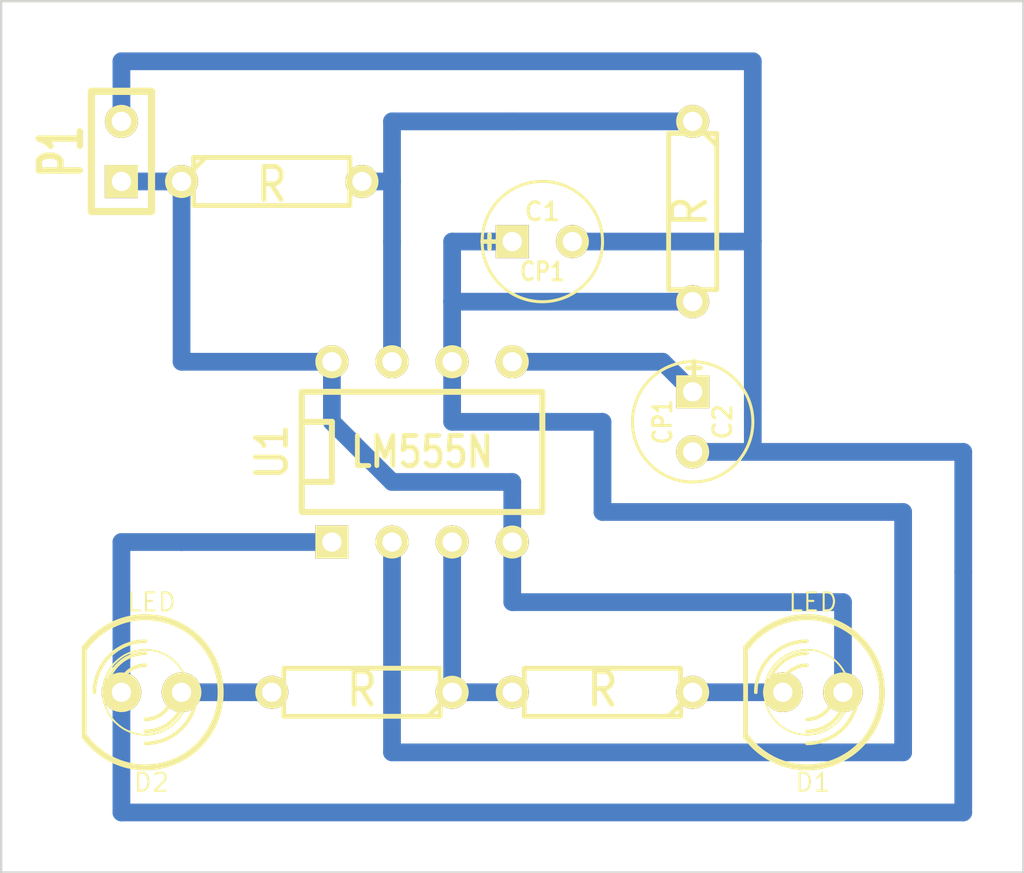
<source format=kicad_pcb>
(kicad_pcb (version 3) (host pcbnew "(2013-07-07 BZR 4022)-stable")

  (general
    (links 18)
    (no_connects 0)
    (area 0 0 0 0)
    (thickness 1.6)
    (drawings 4)
    (tracks 47)
    (zones 0)
    (modules 10)
    (nets 9)
  )

  (page A4)
  (title_block 
    (title "Pisca Pisca 555")
    (rev 1)
    (company "Garoa Hacker Clube")
    (comment 1 "Daniel Quadros")
  )

  (layers
    (15 F.Cu signal)
    (0 B.Cu signal)
    (16 B.Adhes user)
    (17 F.Adhes user)
    (18 B.Paste user)
    (19 F.Paste user)
    (20 B.SilkS user)
    (21 F.SilkS user)
    (22 B.Mask user)
    (23 F.Mask user)
    (24 Dwgs.User user)
    (25 Cmts.User user)
    (26 Eco1.User user)
    (27 Eco2.User user)
    (28 Edge.Cuts user)
  )

  (setup
    (last_trace_width 0.75)
    (user_trace_width 0.5)
    (user_trace_width 0.75)
    (trace_clearance 0.254)
    (zone_clearance 0.508)
    (zone_45_only no)
    (trace_min 0.254)
    (segment_width 0.2)
    (edge_width 0.1)
    (via_size 0.889)
    (via_drill 0.635)
    (via_min_size 0.889)
    (via_min_drill 0.508)
    (uvia_size 0.508)
    (uvia_drill 0.127)
    (uvias_allowed no)
    (uvia_min_size 0.508)
    (uvia_min_drill 0.127)
    (pcb_text_width 0.3)
    (pcb_text_size 1.5 1.5)
    (mod_edge_width 0.15)
    (mod_text_size 1 1)
    (mod_text_width 0.15)
    (pad_size 1.5 1.5)
    (pad_drill 0.6)
    (pad_to_mask_clearance 0)
    (aux_axis_origin 0 0)
    (visible_elements FFFFFFBF)
    (pcbplotparams
      (layerselection 3178497)
      (usegerberextensions true)
      (excludeedgelayer true)
      (linewidth 0.150000)
      (plotframeref false)
      (viasonmask false)
      (mode 1)
      (useauxorigin false)
      (hpglpennumber 1)
      (hpglpenspeed 20)
      (hpglpendiameter 15)
      (hpglpenoverlay 2)
      (psnegative false)
      (psa4output false)
      (plotreference true)
      (plotvalue true)
      (plotothertext true)
      (plotinvisibletext false)
      (padsonsilk false)
      (subtractmaskfromsilk false)
      (outputformat 1)
      (mirror false)
      (drillshape 1)
      (scaleselection 1)
      (outputdirectory ""))
  )

  (net 0 "")
  (net 1 +9V)
  (net 2 GND)
  (net 3 N-000001)
  (net 4 N-000003)
  (net 5 N-000005)
  (net 6 N-000006)
  (net 7 N-000007)
  (net 8 N-000008)

  (net_class Default "This is the default net class."
    (clearance 0.254)
    (trace_width 0.254)
    (via_dia 0.889)
    (via_drill 0.635)
    (uvia_dia 0.508)
    (uvia_drill 0.127)
    (add_net "")
    (add_net +9V)
    (add_net GND)
    (add_net N-000001)
    (add_net N-000003)
    (add_net N-000005)
    (add_net N-000006)
    (add_net N-000007)
    (add_net N-000008)
  )

  (module SIL-2 (layer F.Cu) (tedit 200000) (tstamp 54CBBA5A)
    (at 41.91 27.94 90)
    (descr "Connecteurs 2 pins")
    (tags "CONN DEV")
    (path /54CB98F4)
    (fp_text reference P1 (at 0 -2.54 90) (layer F.SilkS)
      (effects (font (size 1.72974 1.08712) (thickness 0.3048)))
    )
    (fp_text value CONN_2 (at 0 -2.54 90) (layer F.SilkS) hide
      (effects (font (size 1.524 1.016) (thickness 0.3048)))
    )
    (fp_line (start -2.54 1.27) (end -2.54 -1.27) (layer F.SilkS) (width 0.3048))
    (fp_line (start -2.54 -1.27) (end 2.54 -1.27) (layer F.SilkS) (width 0.3048))
    (fp_line (start 2.54 -1.27) (end 2.54 1.27) (layer F.SilkS) (width 0.3048))
    (fp_line (start 2.54 1.27) (end -2.54 1.27) (layer F.SilkS) (width 0.3048))
    (pad 1 thru_hole rect (at -1.27 0 90) (size 1.397 1.397) (drill 0.8128)
      (layers *.Cu *.Mask F.SilkS)
      (net 1 +9V)
    )
    (pad 2 thru_hole circle (at 1.27 0 90) (size 1.397 1.397) (drill 0.8128)
      (layers *.Cu *.Mask F.SilkS)
      (net 2 GND)
    )
  )

  (module R3 (layer F.Cu) (tedit 54CBBBF5) (tstamp 54CBBBA3)
    (at 48.26 29.21)
    (descr "Resitance 3 pas")
    (tags R)
    (path /54CB97FD)
    (autoplace_cost180 10)
    (fp_text reference R1 (at 0 0.127) (layer F.SilkS) hide
      (effects (font (size 1.397 1.27) (thickness 0.2032)))
    )
    (fp_text value R (at 0 0.127) (layer F.SilkS)
      (effects (font (size 1.397 1.27) (thickness 0.2032)))
    )
    (fp_line (start -3.81 0) (end -3.302 0) (layer F.SilkS) (width 0.2032))
    (fp_line (start 3.81 0) (end 3.302 0) (layer F.SilkS) (width 0.2032))
    (fp_line (start 3.302 0) (end 3.302 -1.016) (layer F.SilkS) (width 0.2032))
    (fp_line (start 3.302 -1.016) (end -3.302 -1.016) (layer F.SilkS) (width 0.2032))
    (fp_line (start -3.302 -1.016) (end -3.302 1.016) (layer F.SilkS) (width 0.2032))
    (fp_line (start -3.302 1.016) (end 3.302 1.016) (layer F.SilkS) (width 0.2032))
    (fp_line (start 3.302 1.016) (end 3.302 0) (layer F.SilkS) (width 0.2032))
    (fp_line (start -3.302 -0.508) (end -2.794 -1.016) (layer F.SilkS) (width 0.2032))
    (pad 1 thru_hole circle (at -3.81 0) (size 1.397 1.397) (drill 0.8128)
      (layers *.Cu *.Mask F.SilkS)
      (net 1 +9V)
    )
    (pad 2 thru_hole circle (at 3.81 0) (size 1.397 1.397) (drill 0.8128)
      (layers *.Cu *.Mask F.SilkS)
      (net 4 N-000003)
    )
    (model discret/resistor.wrl
      (at (xyz 0 0 0))
      (scale (xyz 0.3 0.3 0.3))
      (rotate (xyz 0 0 0))
    )
  )

  (module R3 (layer F.Cu) (tedit 4E4C0E65) (tstamp 54CBBA76)
    (at 66.04 30.48 270)
    (descr "Resitance 3 pas")
    (tags R)
    (path /54CB980A)
    (autoplace_cost180 10)
    (fp_text reference R2 (at 0 0.127 270) (layer F.SilkS) hide
      (effects (font (size 1.397 1.27) (thickness 0.2032)))
    )
    (fp_text value R (at 0 0.127 270) (layer F.SilkS)
      (effects (font (size 1.397 1.27) (thickness 0.2032)))
    )
    (fp_line (start -3.81 0) (end -3.302 0) (layer F.SilkS) (width 0.2032))
    (fp_line (start 3.81 0) (end 3.302 0) (layer F.SilkS) (width 0.2032))
    (fp_line (start 3.302 0) (end 3.302 -1.016) (layer F.SilkS) (width 0.2032))
    (fp_line (start 3.302 -1.016) (end -3.302 -1.016) (layer F.SilkS) (width 0.2032))
    (fp_line (start -3.302 -1.016) (end -3.302 1.016) (layer F.SilkS) (width 0.2032))
    (fp_line (start -3.302 1.016) (end 3.302 1.016) (layer F.SilkS) (width 0.2032))
    (fp_line (start 3.302 1.016) (end 3.302 0) (layer F.SilkS) (width 0.2032))
    (fp_line (start -3.302 -0.508) (end -2.794 -1.016) (layer F.SilkS) (width 0.2032))
    (pad 1 thru_hole circle (at -3.81 0 270) (size 1.397 1.397) (drill 0.8128)
      (layers *.Cu *.Mask F.SilkS)
      (net 4 N-000003)
    )
    (pad 2 thru_hole circle (at 3.81 0 270) (size 1.397 1.397) (drill 0.8128)
      (layers *.Cu *.Mask F.SilkS)
      (net 3 N-000001)
    )
    (model discret/resistor.wrl
      (at (xyz 0 0 0))
      (scale (xyz 0.3 0.3 0.3))
      (rotate (xyz 0 0 0))
    )
  )

  (module R3 (layer F.Cu) (tedit 4E4C0E65) (tstamp 54CBBA84)
    (at 52.07 50.8 180)
    (descr "Resitance 3 pas")
    (tags R)
    (path /54CB9810)
    (autoplace_cost180 10)
    (fp_text reference R4 (at 0 0.127 180) (layer F.SilkS) hide
      (effects (font (size 1.397 1.27) (thickness 0.2032)))
    )
    (fp_text value R (at 0 0.127 180) (layer F.SilkS)
      (effects (font (size 1.397 1.27) (thickness 0.2032)))
    )
    (fp_line (start -3.81 0) (end -3.302 0) (layer F.SilkS) (width 0.2032))
    (fp_line (start 3.81 0) (end 3.302 0) (layer F.SilkS) (width 0.2032))
    (fp_line (start 3.302 0) (end 3.302 -1.016) (layer F.SilkS) (width 0.2032))
    (fp_line (start 3.302 -1.016) (end -3.302 -1.016) (layer F.SilkS) (width 0.2032))
    (fp_line (start -3.302 -1.016) (end -3.302 1.016) (layer F.SilkS) (width 0.2032))
    (fp_line (start -3.302 1.016) (end 3.302 1.016) (layer F.SilkS) (width 0.2032))
    (fp_line (start 3.302 1.016) (end 3.302 0) (layer F.SilkS) (width 0.2032))
    (fp_line (start -3.302 -0.508) (end -2.794 -1.016) (layer F.SilkS) (width 0.2032))
    (pad 1 thru_hole circle (at -3.81 0 180) (size 1.397 1.397) (drill 0.8128)
      (layers *.Cu *.Mask F.SilkS)
      (net 8 N-000008)
    )
    (pad 2 thru_hole circle (at 3.81 0 180) (size 1.397 1.397) (drill 0.8128)
      (layers *.Cu *.Mask F.SilkS)
      (net 7 N-000007)
    )
    (model discret/resistor.wrl
      (at (xyz 0 0 0))
      (scale (xyz 0.3 0.3 0.3))
      (rotate (xyz 0 0 0))
    )
  )

  (module R3 (layer F.Cu) (tedit 4E4C0E65) (tstamp 54CBBA92)
    (at 62.23 50.8 180)
    (descr "Resitance 3 pas")
    (tags R)
    (path /54CB9816)
    (autoplace_cost180 10)
    (fp_text reference R3 (at 0 0.127 180) (layer F.SilkS) hide
      (effects (font (size 1.397 1.27) (thickness 0.2032)))
    )
    (fp_text value R (at 0 0.127 180) (layer F.SilkS)
      (effects (font (size 1.397 1.27) (thickness 0.2032)))
    )
    (fp_line (start -3.81 0) (end -3.302 0) (layer F.SilkS) (width 0.2032))
    (fp_line (start 3.81 0) (end 3.302 0) (layer F.SilkS) (width 0.2032))
    (fp_line (start 3.302 0) (end 3.302 -1.016) (layer F.SilkS) (width 0.2032))
    (fp_line (start 3.302 -1.016) (end -3.302 -1.016) (layer F.SilkS) (width 0.2032))
    (fp_line (start -3.302 -1.016) (end -3.302 1.016) (layer F.SilkS) (width 0.2032))
    (fp_line (start -3.302 1.016) (end 3.302 1.016) (layer F.SilkS) (width 0.2032))
    (fp_line (start 3.302 1.016) (end 3.302 0) (layer F.SilkS) (width 0.2032))
    (fp_line (start -3.302 -0.508) (end -2.794 -1.016) (layer F.SilkS) (width 0.2032))
    (pad 1 thru_hole circle (at -3.81 0 180) (size 1.397 1.397) (drill 0.8128)
      (layers *.Cu *.Mask F.SilkS)
      (net 6 N-000006)
    )
    (pad 2 thru_hole circle (at 3.81 0 180) (size 1.397 1.397) (drill 0.8128)
      (layers *.Cu *.Mask F.SilkS)
      (net 8 N-000008)
    )
    (model discret/resistor.wrl
      (at (xyz 0 0 0))
      (scale (xyz 0.3 0.3 0.3))
      (rotate (xyz 0 0 0))
    )
  )

  (module LED-5MM (layer F.Cu) (tedit 50ADE86B) (tstamp 54CBBAA1)
    (at 43.18 50.8 180)
    (descr "LED 5mm - Lead pitch 100mil (2,54mm)")
    (tags "LED led 5mm 5MM 100mil 2,54mm")
    (path /54CB9835)
    (fp_text reference D2 (at 0 -3.81 180) (layer F.SilkS)
      (effects (font (size 0.762 0.762) (thickness 0.0889)))
    )
    (fp_text value LED (at 0 3.81 180) (layer F.SilkS)
      (effects (font (size 0.762 0.762) (thickness 0.0889)))
    )
    (fp_line (start 2.8448 1.905) (end 2.8448 -1.905) (layer F.SilkS) (width 0.2032))
    (fp_circle (center 0.254 0) (end -1.016 1.27) (layer F.SilkS) (width 0.0762))
    (fp_arc (start 0.254 0) (end 2.794 1.905) (angle 286.2) (layer F.SilkS) (width 0.254))
    (fp_arc (start 0.254 0) (end -0.889 0) (angle 90) (layer F.SilkS) (width 0.1524))
    (fp_arc (start 0.254 0) (end 1.397 0) (angle 90) (layer F.SilkS) (width 0.1524))
    (fp_arc (start 0.254 0) (end -1.397 0) (angle 90) (layer F.SilkS) (width 0.1524))
    (fp_arc (start 0.254 0) (end 1.905 0) (angle 90) (layer F.SilkS) (width 0.1524))
    (fp_arc (start 0.254 0) (end -1.905 0) (angle 90) (layer F.SilkS) (width 0.1524))
    (fp_arc (start 0.254 0) (end 2.413 0) (angle 90) (layer F.SilkS) (width 0.1524))
    (pad 1 thru_hole circle (at -1.27 0 180) (size 1.6764 1.6764) (drill 0.8128)
      (layers *.Cu *.Mask F.SilkS)
      (net 7 N-000007)
    )
    (pad 2 thru_hole circle (at 1.27 0 180) (size 1.6764 1.6764) (drill 0.8128)
      (layers *.Cu *.Mask F.SilkS)
      (net 2 GND)
    )
    (model discret/leds/led5_vertical_verde.wrl
      (at (xyz 0 0 0))
      (scale (xyz 1 1 1))
      (rotate (xyz 0 0 0))
    )
  )

  (module LED-5MM (layer F.Cu) (tedit 50ADE86B) (tstamp 54CBBAB0)
    (at 71.12 50.8 180)
    (descr "LED 5mm - Lead pitch 100mil (2,54mm)")
    (tags "LED led 5mm 5MM 100mil 2,54mm")
    (path /54CB9842)
    (fp_text reference D1 (at 0 -3.81 180) (layer F.SilkS)
      (effects (font (size 0.762 0.762) (thickness 0.0889)))
    )
    (fp_text value LED (at 0 3.81 180) (layer F.SilkS)
      (effects (font (size 0.762 0.762) (thickness 0.0889)))
    )
    (fp_line (start 2.8448 1.905) (end 2.8448 -1.905) (layer F.SilkS) (width 0.2032))
    (fp_circle (center 0.254 0) (end -1.016 1.27) (layer F.SilkS) (width 0.0762))
    (fp_arc (start 0.254 0) (end 2.794 1.905) (angle 286.2) (layer F.SilkS) (width 0.254))
    (fp_arc (start 0.254 0) (end -0.889 0) (angle 90) (layer F.SilkS) (width 0.1524))
    (fp_arc (start 0.254 0) (end 1.397 0) (angle 90) (layer F.SilkS) (width 0.1524))
    (fp_arc (start 0.254 0) (end -1.397 0) (angle 90) (layer F.SilkS) (width 0.1524))
    (fp_arc (start 0.254 0) (end 1.905 0) (angle 90) (layer F.SilkS) (width 0.1524))
    (fp_arc (start 0.254 0) (end -1.905 0) (angle 90) (layer F.SilkS) (width 0.1524))
    (fp_arc (start 0.254 0) (end 2.413 0) (angle 90) (layer F.SilkS) (width 0.1524))
    (pad 1 thru_hole circle (at -1.27 0 180) (size 1.6764 1.6764) (drill 0.8128)
      (layers *.Cu *.Mask F.SilkS)
      (net 1 +9V)
    )
    (pad 2 thru_hole circle (at 1.27 0 180) (size 1.6764 1.6764) (drill 0.8128)
      (layers *.Cu *.Mask F.SilkS)
      (net 6 N-000006)
    )
    (model discret/leds/led5_vertical_verde.wrl
      (at (xyz 0 0 0))
      (scale (xyz 1 1 1))
      (rotate (xyz 0 0 0))
    )
  )

  (module DIP-8__300 (layer F.Cu) (tedit 43A7F843) (tstamp 54CBBAC3)
    (at 54.61 40.64)
    (descr "8 pins DIL package, round pads")
    (tags DIL)
    (path /54CB93B8)
    (fp_text reference U1 (at -6.35 0 90) (layer F.SilkS)
      (effects (font (size 1.27 1.143) (thickness 0.2032)))
    )
    (fp_text value LM555N (at 0 0) (layer F.SilkS)
      (effects (font (size 1.27 1.016) (thickness 0.2032)))
    )
    (fp_line (start -5.08 -1.27) (end -3.81 -1.27) (layer F.SilkS) (width 0.254))
    (fp_line (start -3.81 -1.27) (end -3.81 1.27) (layer F.SilkS) (width 0.254))
    (fp_line (start -3.81 1.27) (end -5.08 1.27) (layer F.SilkS) (width 0.254))
    (fp_line (start -5.08 -2.54) (end 5.08 -2.54) (layer F.SilkS) (width 0.254))
    (fp_line (start 5.08 -2.54) (end 5.08 2.54) (layer F.SilkS) (width 0.254))
    (fp_line (start 5.08 2.54) (end -5.08 2.54) (layer F.SilkS) (width 0.254))
    (fp_line (start -5.08 2.54) (end -5.08 -2.54) (layer F.SilkS) (width 0.254))
    (pad 1 thru_hole rect (at -3.81 3.81) (size 1.397 1.397) (drill 0.8128)
      (layers *.Cu *.Mask F.SilkS)
      (net 2 GND)
    )
    (pad 2 thru_hole circle (at -1.27 3.81) (size 1.397 1.397) (drill 0.8128)
      (layers *.Cu *.Mask F.SilkS)
      (net 3 N-000001)
    )
    (pad 3 thru_hole circle (at 1.27 3.81) (size 1.397 1.397) (drill 0.8128)
      (layers *.Cu *.Mask F.SilkS)
      (net 8 N-000008)
    )
    (pad 4 thru_hole circle (at 3.81 3.81) (size 1.397 1.397) (drill 0.8128)
      (layers *.Cu *.Mask F.SilkS)
      (net 1 +9V)
    )
    (pad 5 thru_hole circle (at 3.81 -3.81) (size 1.397 1.397) (drill 0.8128)
      (layers *.Cu *.Mask F.SilkS)
      (net 5 N-000005)
    )
    (pad 6 thru_hole circle (at 1.27 -3.81) (size 1.397 1.397) (drill 0.8128)
      (layers *.Cu *.Mask F.SilkS)
      (net 3 N-000001)
    )
    (pad 7 thru_hole circle (at -1.27 -3.81) (size 1.397 1.397) (drill 0.8128)
      (layers *.Cu *.Mask F.SilkS)
      (net 4 N-000003)
    )
    (pad 8 thru_hole circle (at -3.81 -3.81) (size 1.397 1.397) (drill 0.8128)
      (layers *.Cu *.Mask F.SilkS)
      (net 1 +9V)
    )
    (model dil/dil_8.wrl
      (at (xyz 0 0 0))
      (scale (xyz 1 1 1))
      (rotate (xyz 0 0 0))
    )
  )

  (module C1V5 (layer F.Cu) (tedit 3E070CF4) (tstamp 54CBBACB)
    (at 66.04 39.37 270)
    (descr "Condensateur e = 1 pas")
    (tags C)
    (path /54CB9820)
    (fp_text reference C2 (at 0 -1.26746 270) (layer F.SilkS)
      (effects (font (size 0.762 0.762) (thickness 0.127)))
    )
    (fp_text value CP1 (at 0 1.27 270) (layer F.SilkS)
      (effects (font (size 0.762 0.635) (thickness 0.127)))
    )
    (fp_text user + (at -2.286 0 270) (layer F.SilkS)
      (effects (font (size 0.762 0.762) (thickness 0.2032)))
    )
    (fp_circle (center 0 0) (end 0.127 -2.54) (layer F.SilkS) (width 0.127))
    (pad 1 thru_hole rect (at -1.27 0 270) (size 1.397 1.397) (drill 0.8128)
      (layers *.Cu *.Mask F.SilkS)
      (net 5 N-000005)
    )
    (pad 2 thru_hole circle (at 1.27 0 270) (size 1.397 1.397) (drill 0.8128)
      (layers *.Cu *.Mask F.SilkS)
      (net 2 GND)
    )
    (model discret/c_vert_c1v5.wrl
      (at (xyz 0 0 0))
      (scale (xyz 1 1 1))
      (rotate (xyz 0 0 0))
    )
  )

  (module C1V5 (layer F.Cu) (tedit 54CBBB5B) (tstamp 54CBBAD3)
    (at 59.69 31.75)
    (descr "Condensateur e = 1 pas")
    (tags C)
    (path /54CB982D)
    (fp_text reference C1 (at 0 -1.26746) (layer F.SilkS)
      (effects (font (size 0.762 0.762) (thickness 0.127)))
    )
    (fp_text value CP1 (at 0 1.27) (layer F.SilkS)
      (effects (font (size 0.762 0.635) (thickness 0.127)))
    )
    (fp_text user + (at -2.286 0 90) (layer F.SilkS)
      (effects (font (size 0.762 0.762) (thickness 0.2032)))
    )
    (fp_circle (center 0 0) (end 0.127 -2.54) (layer F.SilkS) (width 0.127))
    (pad 1 thru_hole rect (at -1.27 0) (size 1.397 1.397) (drill 0.8128)
      (layers *.Cu *.Mask F.SilkS)
      (net 3 N-000001)
    )
    (pad 2 thru_hole circle (at 1.27 0) (size 1.397 1.397) (drill 0.8128)
      (layers *.Cu *.Mask F.SilkS)
      (net 2 GND)
    )
    (model discret/c_vert_c1v5.wrl
      (at (xyz 0 0 0))
      (scale (xyz 1 1 1))
      (rotate (xyz 0 0 0))
    )
  )

  (gr_line (start 80.01 21.59) (end 36.83 21.59) (angle 90) (layer Edge.Cuts) (width 0.1))
  (gr_line (start 80.01 58.42) (end 80.01 21.59) (angle 90) (layer Edge.Cuts) (width 0.1))
  (gr_line (start 36.83 58.42) (end 80.01 58.42) (angle 90) (layer Edge.Cuts) (width 0.1))
  (gr_line (start 36.83 21.59) (end 36.83 58.42) (angle 90) (layer Edge.Cuts) (width 0.1))

  (segment (start 50.8 36.83) (end 44.45 36.83) (width 0.75) (layer B.Cu) (net 1))
  (segment (start 44.45 36.83) (end 44.45 29.21) (width 0.75) (layer B.Cu) (net 1) (tstamp 54CBC8D2))
  (segment (start 50.8 36.83) (end 50.8 39.37) (width 0.75) (layer B.Cu) (net 1))
  (segment (start 58.42 41.91) (end 58.42 44.45) (width 0.75) (layer B.Cu) (net 1) (tstamp 54CBC85B))
  (segment (start 53.34 41.91) (end 58.42 41.91) (width 0.75) (layer B.Cu) (net 1) (tstamp 54CBC857))
  (segment (start 50.8 39.37) (end 53.34 41.91) (width 0.75) (layer B.Cu) (net 1) (tstamp 54CBC855))
  (segment (start 58.42 44.45) (end 58.42 46.99) (width 0.75) (layer B.Cu) (net 1) (tstamp 54CBC85D))
  (segment (start 72.39 46.99) (end 72.39 50.8) (width 0.75) (layer B.Cu) (net 1) (tstamp 54CBC862))
  (segment (start 58.42 46.99) (end 72.39 46.99) (width 0.75) (layer B.Cu) (net 1) (tstamp 54CBC85F))
  (segment (start 41.91 29.21) (end 44.45 29.21) (width 0.75) (layer B.Cu) (net 1) (status 10))
  (segment (start 68.58 31.75) (end 68.58 40.64) (width 0.75) (layer B.Cu) (net 2))
  (segment (start 41.91 50.8) (end 41.91 55.88) (width 0.75) (layer B.Cu) (net 2))
  (segment (start 77.47 40.64) (end 68.58 40.64) (width 0.75) (layer B.Cu) (net 2) (tstamp 54CBC405))
  (segment (start 41.91 55.88) (end 77.47 55.88) (width 0.75) (layer B.Cu) (net 2) (tstamp 54CBC740))
  (segment (start 77.47 55.88) (end 77.47 45.72) (width 0.75) (layer B.Cu) (net 2) (tstamp 54CBC743))
  (segment (start 77.47 45.72) (end 77.47 40.64) (width 0.75) (layer B.Cu) (net 2) (tstamp 54CBC747))
  (segment (start 68.58 40.64) (end 66.04 40.64) (width 0.75) (layer B.Cu) (net 2) (tstamp 54CBC89B))
  (segment (start 41.91 26.67) (end 41.91 24.13) (width 0.75) (layer B.Cu) (net 2) (status 10))
  (segment (start 68.58 31.75) (end 60.96 31.75) (width 0.75) (layer B.Cu) (net 2) (tstamp 54CBC3C8))
  (segment (start 68.58 24.13) (end 68.58 31.75) (width 0.75) (layer B.Cu) (net 2) (tstamp 54CBC3C5))
  (segment (start 41.91 24.13) (end 68.58 24.13) (width 0.75) (layer B.Cu) (net 2) (tstamp 54CBC3C4))
  (segment (start 50.8 44.45) (end 44.45 44.45) (width 0.75) (layer B.Cu) (net 2) (status 10))
  (segment (start 44.45 44.45) (end 41.91 44.45) (width 0.75) (layer B.Cu) (net 2) (tstamp 54CBC4DA) (status 10))
  (segment (start 41.91 44.45) (end 41.91 50.8) (width 0.75) (layer B.Cu) (net 2) (tstamp 54CBBCB1))
  (segment (start 53.34 44.45) (end 53.34 53.34) (width 0.75) (layer B.Cu) (net 3))
  (segment (start 55.88 39.37) (end 55.88 36.83) (width 0.75) (layer B.Cu) (net 3) (tstamp 54CBC827))
  (segment (start 62.23 39.37) (end 55.88 39.37) (width 0.75) (layer B.Cu) (net 3) (tstamp 54CBC825))
  (segment (start 62.23 43.18) (end 62.23 39.37) (width 0.75) (layer B.Cu) (net 3) (tstamp 54CBC821))
  (segment (start 74.93 43.18) (end 62.23 43.18) (width 0.75) (layer B.Cu) (net 3) (tstamp 54CBC81A))
  (segment (start 74.93 53.34) (end 74.93 43.18) (width 0.75) (layer B.Cu) (net 3) (tstamp 54CBC817))
  (segment (start 53.34 53.34) (end 74.93 53.34) (width 0.75) (layer B.Cu) (net 3) (tstamp 54CBC815))
  (segment (start 66.04 34.29) (end 55.88 34.29) (width 0.75) (layer B.Cu) (net 3))
  (segment (start 55.88 36.83) (end 55.88 34.29) (width 0.75) (layer B.Cu) (net 3) (status 10))
  (segment (start 55.88 34.29) (end 55.88 31.75) (width 0.75) (layer B.Cu) (net 3) (tstamp 54CBC436))
  (segment (start 55.88 31.75) (end 58.42 31.75) (width 0.75) (layer B.Cu) (net 3) (tstamp 54CBC42C))
  (segment (start 52.07 29.21) (end 53.34 29.21) (width 0.75) (layer B.Cu) (net 4) (status 10))
  (segment (start 58.42 26.67) (end 66.04 26.67) (width 0.75) (layer B.Cu) (net 4))
  (segment (start 53.34 36.83) (end 53.34 31.75) (width 0.75) (layer B.Cu) (net 4) (status 10))
  (segment (start 53.34 31.75) (end 53.34 29.21) (width 0.75) (layer B.Cu) (net 4) (tstamp 54CBC56D) (status 10))
  (segment (start 53.34 29.21) (end 53.34 26.67) (width 0.75) (layer B.Cu) (net 4) (tstamp 54CBC72A) (status 10))
  (segment (start 53.34 26.67) (end 58.42 26.67) (width 0.75) (layer B.Cu) (net 4) (tstamp 54CBC3D5))
  (segment (start 58.42 36.83) (end 64.77 36.83) (width 0.75) (layer B.Cu) (net 5) (status 10))
  (segment (start 64.77 36.83) (end 66.04 38.1) (width 0.75) (layer B.Cu) (net 5) (tstamp 54CBC43C))
  (segment (start 66.04 50.8) (end 69.85 50.8) (width 0.75) (layer B.Cu) (net 6))
  (segment (start 44.45 50.8) (end 48.26 50.8) (width 0.75) (layer B.Cu) (net 7))
  (segment (start 55.88 50.8) (end 58.42 50.8) (width 0.75) (layer B.Cu) (net 8))
  (segment (start 55.88 50.8) (end 55.88 44.45) (width 0.75) (layer B.Cu) (net 8) (tstamp 54CBBCC4) (status 20))

)

</source>
